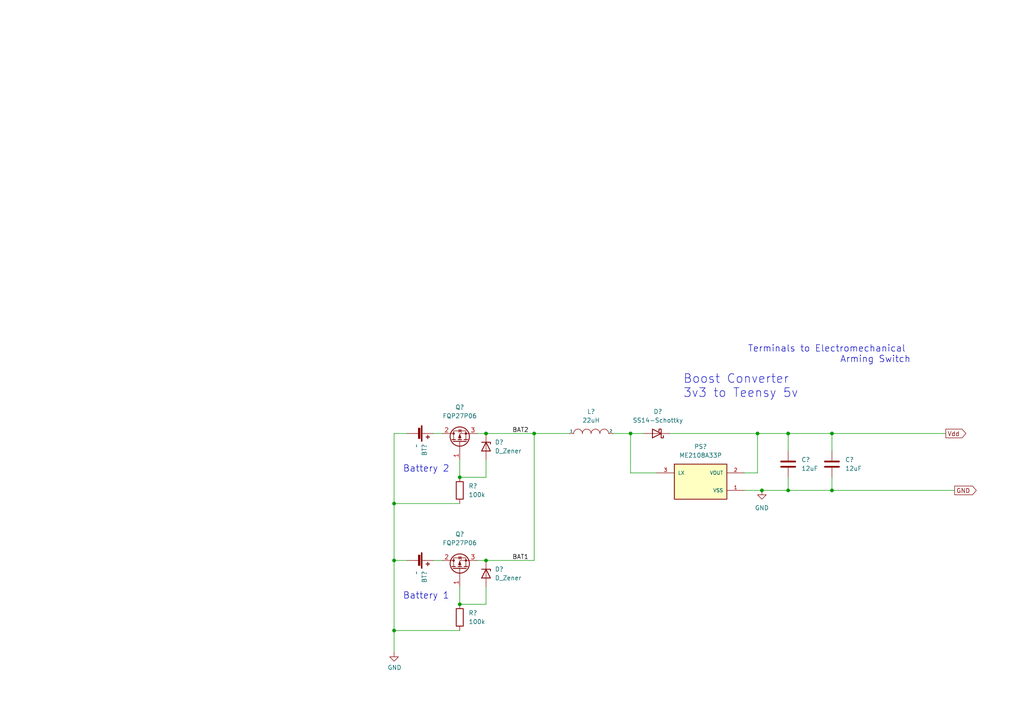
<source format=kicad_sch>
(kicad_sch (version 20211123) (generator eeschema)
  (paper "A4")
  (lib_symbols
    (symbol "Device:Battery_Cell" (pin_numbers hide) (pin_names (offset 0) hide)
      (property "Reference" "BT" (at 2.54 2.54 0))
      (property "Value" "Battery_Cell" (at 2.54 0 0))
      (symbol "Battery_Cell_0_1"
        (rectangle (start -2.286 1.778) (end 2.286 1.524) (fill (type outline)))
        (rectangle (start -1.5748 1.1938) (end 1.4732 0.6858) (fill (type outline)))
        (polyline (pts (xy 0 0.762) (xy 0 0)))
        (polyline (pts (xy 0 1.778) (xy 0 2.54)))
        (polyline (pts (xy 0.508 3.429) (xy 1.524 3.429)) (stroke (width 0.254)))
        (polyline (pts (xy 1.016 3.937) (xy 1.016 2.921)) (stroke (width 0.254)))
      )
      (symbol "Battery_Cell_1_1"
        (pin passive line (at 0 5.08 270) (length 2.54) (name "+") (number "1"))
        (pin passive line (at 0 -2.54 90) (length 2.54) (name "-") (number "2"))
      )
    )
    (symbol "Device:C" (pin_numbers hide) (pin_names (offset 0.254))
      (property "Reference" "C" (at 0.635 2.54 0))
      (property "Value" "C" (at 0.635 -2.54 0))
      (symbol "C_0_1"
        (polyline (pts (xy -2.032 -0.762) (xy 2.032 -0.762)) (stroke (width 0.508)))
        (polyline (pts (xy -2.032 0.762) (xy 2.032 0.762)) (stroke (width 0.508)))
      )
      (symbol "C_1_1"
        (pin passive line (at 0 3.81 270) (length 2.794) (name "~") (number "1"))
        (pin passive line (at 0 -3.81 90) (length 2.794) (name "~") (number "2"))
      )
    )
    (symbol "Device:D_Schottky" (pin_numbers hide) (pin_names (offset 1.016) hide)
      (property "Reference" "D" (at 0 2.54 0))
      (property "Value" "D_Schottky" (at 0 -2.54 0))
      (symbol "D_Schottky_0_1"
        (polyline (pts (xy 1.27 0) (xy -1.27 0)))
        (polyline (pts (xy 1.27 1.27) (xy 1.27 -1.27) (xy -1.27 0) (xy 1.27 1.27)) (stroke (width 0.254)))
        (polyline (pts (xy -1.905 0.635) (xy -1.905 1.27) (xy -1.27 1.27) (xy -1.27 -1.27) (xy -0.635 -1.27) (xy -0.635 -0.635)) (stroke (width 0.254)))
      )
      (symbol "D_Schottky_1_1"
        (pin passive line (at -3.81 0 0) (length 2.54) (name "K") (number "1"))
        (pin passive line (at 3.81 0 180) (length 2.54) (name "A") (number "2"))
      )
    )
    (symbol "Device:D_Zener" (pin_numbers hide) (pin_names (offset 1.016) hide)
      (property "Reference" "D" (at 0 2.54 0))
      (property "Value" "D_Zener" (at 0 -2.54 0))
      (symbol "D_Zener_0_1"
        (polyline (pts (xy 1.27 0) (xy -1.27 0)))
        (polyline (pts (xy -1.27 -1.27) (xy -1.27 1.27) (xy -0.762 1.27)) (stroke (width 0.254)))
        (polyline (pts (xy 1.27 -1.27) (xy 1.27 1.27) (xy -1.27 0) (xy 1.27 -1.27)) (stroke (width 0.254)))
      )
      (symbol "D_Zener_1_1"
        (pin passive line (at -3.81 0 0) (length 2.54) (name "K") (number "1"))
        (pin passive line (at 3.81 0 180) (length 2.54) (name "A") (number "2"))
      )
    )
    (symbol "Device:R" (pin_numbers hide) (pin_names (offset 0))
      (property "Reference" "R" (at 2.032 0 90))
      (property "Value" "R" (at 0 0 90))
      (symbol "R_0_1"
        (rectangle (start -1.016 -2.54) (end 1.016 2.54) (stroke (width 0.254)))
      )
      (symbol "R_1_1"
        (pin passive line (at 0 3.81 270) (length 1.27) (name "~") (number "1"))
        (pin passive line (at 0 -3.81 90) (length 1.27) (name "~") (number "2"))
      )
    )
    (symbol "ME2108:ME2108A33P" (pin_names (offset 1.016))
      (property "Reference" "PS" (at -7.62 5.842 0))
      (property "Value" "ME2108A33P" (at -7.62 -5.842 0))
      (symbol "ME2108A33P_0_0"
        (rectangle (start -7.62 -5.08) (end 7.62 5.08) (stroke (width 0.254)) (fill (type background)))
        (pin power_in line (at 12.7 -2.54 180) (length 5.08) (name "VSS") (number "1"))
        (pin output line (at 12.7 2.54 180) (length 5.08) (name "VOUT") (number "2"))
        (pin input line (at -12.7 2.54 0) (length 5.08) (name "LX") (number "3"))
      )
    )
    (symbol "Transistor_FET:FQP27P06" (pin_names hide)
      (property "Reference" "Q" (at 5.08 1.905 0))
      (property "Value" "FQP27P06" (at 5.08 0 0))
      (symbol "FQP27P06_0_1"
        (polyline (pts (xy 0.254 0) (xy -2.54 0)))
        (polyline (pts (xy 0.254 1.905) (xy 0.254 -1.905)) (stroke (width 0.254)))
        (polyline (pts (xy 0.762 -1.27) (xy 0.762 -2.286)) (stroke (width 0.254)))
        (polyline (pts (xy 0.762 0.508) (xy 0.762 -0.508)) (stroke (width 0.254)))
        (polyline (pts (xy 0.762 2.286) (xy 0.762 1.27)) (stroke (width 0.254)))
        (polyline (pts (xy 2.54 2.54) (xy 2.54 1.778)))
        (polyline (pts (xy 2.54 -2.54) (xy 2.54 0) (xy 0.762 0)))
        (polyline (pts (xy 0.762 1.778) (xy 3.302 1.778) (xy 3.302 -1.778) (xy 0.762 -1.778)))
        (polyline (pts (xy 2.286 0) (xy 1.27 0.381) (xy 1.27 -0.381) (xy 2.286 0)) (fill (type outline)))
        (polyline (pts (xy 2.794 -0.508) (xy 2.921 -0.381) (xy 3.683 -0.381) (xy 3.81 -0.254)))
        (polyline (pts (xy 3.302 -0.381) (xy 2.921 0.254) (xy 3.683 0.254) (xy 3.302 -0.381)))
        (circle (center 1.651 0) (radius 2.794) (stroke (width 0.254)))
        (circle (center 2.54 -1.778) (radius 0.254) (fill (type outline)))
        (circle (center 2.54 1.778) (radius 0.254) (fill (type outline)))
      )
      (symbol "FQP27P06_1_1"
        (pin input line (at -5.08 0 0) (length 2.54) (name "G") (number "1"))
        (pin passive line (at 2.54 5.08 270) (length 2.54) (name "D") (number "2"))
        (pin passive line (at 2.54 -5.08 90) (length 2.54) (name "S") (number "3"))
      )
    )
    (symbol "power:GND" (power) (pin_names (offset 0))
      (property "Value" "GND" (at 0 -3.81 0))
      (symbol "GND_0_1"
        (polyline (pts (xy 0 0) (xy 0 -1.27) (xy 1.27 -1.27) (xy 0 -2.54) (xy -1.27 -1.27) (xy 0 -1.27)))
      )
      (symbol "GND_1_1"
        (pin power_in line (at 0 0 270) (length 0) hide (name "GND") (number "1"))
      )
    )
    (symbol "pspice:INDUCTOR" (pin_numbers hide) (pin_names (offset 0))
      (property "Reference" "L" (at 0 2.54 0))
      (property "Value" "INDUCTOR" (at 0 -1.27 0))
      (symbol "INDUCTOR_0_1"
        (arc (start -2.54 0) (mid -3.81 1.27) (end -5.08 0))
        (arc (start 0 0) (mid -1.27 1.27) (end -2.54 0))
        (arc (start 2.54 0) (mid 1.27 1.27) (end 0 0))
        (arc (start 5.08 0) (mid 3.81 1.27) (end 2.54 0))
      )
      (symbol "INDUCTOR_1_1"
        (pin input line (at -6.35 0 0) (length 1.27) (name "1") (number "1"))
        (pin input line (at 6.35 0 180) (length 1.27) (name "2") (number "2"))
      )
    )
  )
  (junction (at 154.94 125.73))
  (junction (at 182.88 125.73))
  (junction (at 133.35 175.26))
  (junction (at 140.97 162.56))
  (junction (at 241.3 125.73))
  (junction (at 228.6 142.24))
  (junction (at 241.3 142.24))
  (junction (at 220.98 142.24))
  (junction (at 133.35 138.43))
  (junction (at 140.97 125.73))
  (junction (at 228.6 125.73))
  (junction (at 114.3 162.56))
  (junction (at 114.3 146.05))
  (junction (at 114.3 182.88))
  (junction (at 219.71 125.73))
  (wire (pts (xy 140.97 138.43) (xy 133.35 138.43)))
  (wire (pts (xy 241.3 125.73) (xy 241.3 130.81)))
  (wire (pts (xy 190.5 137.16) (xy 182.88 137.16)))
  (wire (pts (xy 140.97 175.26) (xy 133.35 175.26)))
  (wire (pts (xy 118.11 162.56) (xy 114.3 162.56)))
  (wire (pts (xy 138.43 125.73) (xy 140.97 125.73)))
  (wire (pts (xy 140.97 170.18) (xy 140.97 175.26)))
  (wire (pts (xy 114.3 125.73) (xy 114.3 146.05)))
  (wire (pts (xy 114.3 182.88) (xy 133.35 182.88)))
  (wire (pts (xy 182.88 137.16) (xy 182.88 125.73)))
  (wire (pts (xy 154.94 125.73) (xy 154.94 162.56)))
  (wire (pts (xy 228.6 125.73) (xy 228.6 130.81)))
  (wire (pts (xy 228.6 138.43) (xy 228.6 142.24)))
  (wire (pts (xy 125.73 125.73) (xy 128.27 125.73)))
  (wire (pts (xy 228.6 125.73) (xy 241.3 125.73)))
  (wire (pts (xy 219.71 125.73) (xy 228.6 125.73)))
  (wire (pts (xy 154.94 125.73) (xy 165.1 125.73)))
  (wire (pts (xy 241.3 125.73) (xy 274.32 125.73)))
  (wire (pts (xy 114.3 182.88) (xy 114.3 189.23)))
  (wire (pts (xy 241.3 142.24) (xy 241.3 138.43)))
  (wire (pts (xy 125.73 162.56) (xy 128.27 162.56)))
  (wire (pts (xy 138.43 162.56) (xy 140.97 162.56)))
  (wire (pts (xy 114.3 146.05) (xy 114.3 162.56)))
  (wire (pts (xy 177.8 125.73) (xy 182.88 125.73)))
  (wire (pts (xy 215.9 142.24) (xy 220.98 142.24)))
  (wire (pts (xy 140.97 133.35) (xy 140.97 138.43)))
  (wire (pts (xy 140.97 125.73) (xy 154.94 125.73)))
  (wire (pts (xy 133.35 133.35) (xy 133.35 138.43)))
  (wire (pts (xy 228.6 142.24) (xy 241.3 142.24)))
  (wire (pts (xy 140.97 162.56) (xy 154.94 162.56)))
  (wire (pts (xy 182.88 125.73) (xy 186.69 125.73)))
  (wire (pts (xy 118.11 125.73) (xy 114.3 125.73)))
  (wire (pts (xy 133.35 170.18) (xy 133.35 175.26)))
  (wire (pts (xy 220.98 142.24) (xy 228.6 142.24)))
  (wire (pts (xy 241.3 142.24) (xy 276.86 142.24)))
  (wire (pts (xy 215.9 137.16) (xy 219.71 137.16)))
  (wire (pts (xy 114.3 146.05) (xy 133.35 146.05)))
  (wire (pts (xy 194.31 125.73) (xy 219.71 125.73)))
  (wire (pts (xy 114.3 162.56) (xy 114.3 182.88)))
  (wire (pts (xy 219.71 137.16) (xy 219.71 125.73)))
  (text "Terminals to Electromechanical \nArming Switch" (at 264.16 105.41 180) (effects (font (size 1.905 1.905)) (justify right bottom)))
  (text "Boost Converter\n3v3 to Teensy 5v" (at 198.12 115.57 0) (effects (font (size 2.54 2.54)) (justify left bottom)))
  (text "Battery 2" (at 116.84 137.16 0) (effects (font (size 1.905 1.905)) (justify left bottom)))
  (text "Battery 1" (at 116.84 173.99 0) (effects (font (size 1.905 1.905)) (justify left bottom)))
  (label "BAT1" (at 148.59 162.56 0))
  (label "BAT2" (at 148.59 125.73 0))
  (global_label "GND" (shape output) (at 276.86 142.24 0) (property "Intersheet References" "${INTERSHEET_REFS}" (effects hide)))
  (global_label "Vdd" (shape output) (at 274.32 125.73 0) (property "Intersheet References" "${INTERSHEET_REFS}" (effects hide)))
  (symbol (lib_id "power:GND") (at 220.98 142.24 0) (unit 1)
    (property "Reference" "#PWR?" (effects hide))
    (property "Value" "GND" (at 220.98 147.32 0))
  )
  (symbol (lib_id "power:GND") (at 114.3 189.23 0) (unit 1)
    (property "Reference" "#PWR?" (effects hide))
    (property "Value" "~" (at 114.427 193.6242 0))
  )
  (symbol (lib_id "Device:D_Zener") (at 140.97 129.54 270) (unit 1)
    (property "Reference" "D?" (at 143.51 128.2699 90) (effects (justify left)))
    (property "Value" "D_Zener" (at 143.51 130.8099 90) (effects (justify left)))
  )
  (symbol (lib_id "ME2108:ME2108A33P") (at 203.2 139.7 0) (unit 1)
    (property "Reference" "PS?" (at 203.2 129.54 0))
    (property "Value" "ME2108A33P" (at 203.2 132.08 0))
    (property "Footprint" "CONV_ME2108A33P" (effects hide))
    (property "MAXIMUM_PACKAGE_HEIGHT" "1.6 mm" (effects hide))
    (property "STANDARD" "Manufacturer Recommendations" (effects hide))
    (property "PARTREV" "V10.0" (effects hide))
    (property "MANUFACTURER" "Nanjing Micro One Electronics" (effects hide))
  )
  (symbol (lib_id "Device:C") (at 241.3 134.62 0) (unit 1)
    (property "Reference" "C?" (at 245.11 133.3499 0) (effects (justify left)))
    (property "Value" "12uF" (at 245.11 135.8899 0) (effects (justify left)))
  )
  (symbol (lib_id "Device:D_Schottky") (at 190.5 125.73 180) (unit 1)
    (property "Reference" "D?" (at 190.8175 119.38 0))
    (property "Value" "SS14-Schottky" (at 190.8175 121.92 0))
  )
  (symbol (lib_id "Transistor_FET:FQP27P06") (at 133.35 165.1 90) (unit 1)
    (property "Reference" "Q?" (at 133.35 154.94 90))
    (property "Value" "FQP27P06" (at 133.35 157.48 90))
    (property "Footprint" "Package_TO_SOT_THT:TO-220-3_Vertical" (effects hide))
    (property "Datasheet" "https://www.onsemi.com/pub/Collateral/FQP27P06-D.PDF" (effects hide))
  )
  (symbol (lib_id "Device:Battery_Cell") (at 120.65 162.56 270) (unit 1)
    (property "Reference" "BT?" (at 123.0884 165.5572 0) (effects (justify left)))
    (property "Value" "~" (at 120.777 165.5572 0) (effects (justify left)))
  )
  (symbol (lib_id "Device:R") (at 133.35 142.24 0) (unit 1)
    (property "Reference" "R?" (at 135.89 140.9699 0) (effects (justify left)))
    (property "Value" "100k" (at 135.89 143.5099 0) (effects (justify left)))
  )
  (symbol (lib_id "Device:Battery_Cell") (at 120.65 125.73 270) (unit 1)
    (property "Reference" "BT?" (at 123.0884 128.7272 0) (effects (justify left)))
    (property "Value" "~" (at 120.777 128.7272 0) (effects (justify left)))
  )
  (symbol (lib_id "Transistor_FET:FQP27P06") (at 133.35 128.27 90) (unit 1)
    (property "Reference" "Q?" (at 133.35 118.11 90))
    (property "Value" "FQP27P06" (at 133.35 120.65 90))
    (property "Footprint" "Package_TO_SOT_THT:TO-220-3_Vertical" (effects hide))
    (property "Datasheet" "https://www.onsemi.com/pub/Collateral/FQP27P06-D.PDF" (effects hide))
  )
  (symbol (lib_id "Device:C") (at 228.6 134.62 0) (unit 1)
    (property "Reference" "C?" (at 232.41 133.3499 0) (effects (justify left)))
    (property "Value" "12uF" (at 232.41 135.8899 0) (effects (justify left)))
  )
  (symbol (lib_id "Device:R") (at 133.35 179.07 0) (unit 1)
    (property "Reference" "R?" (at 135.89 177.7999 0) (effects (justify left)))
    (property "Value" "100k" (at 135.89 180.3399 0) (effects (justify left)))
  )
  (symbol (lib_id "Device:D_Zener") (at 140.97 166.37 270) (unit 1)
    (property "Reference" "D?" (at 143.51 165.0999 90) (effects (justify left)))
    (property "Value" "D_Zener" (at 143.51 167.6399 90) (effects (justify left)))
  )
  (symbol (lib_id "pspice:INDUCTOR") (at 171.45 125.73 0) (unit 1)
    (property "Reference" "L?" (at 171.45 119.38 0))
    (property "Value" "22uH" (at 171.45 121.92 0))
  )
)
</source>
